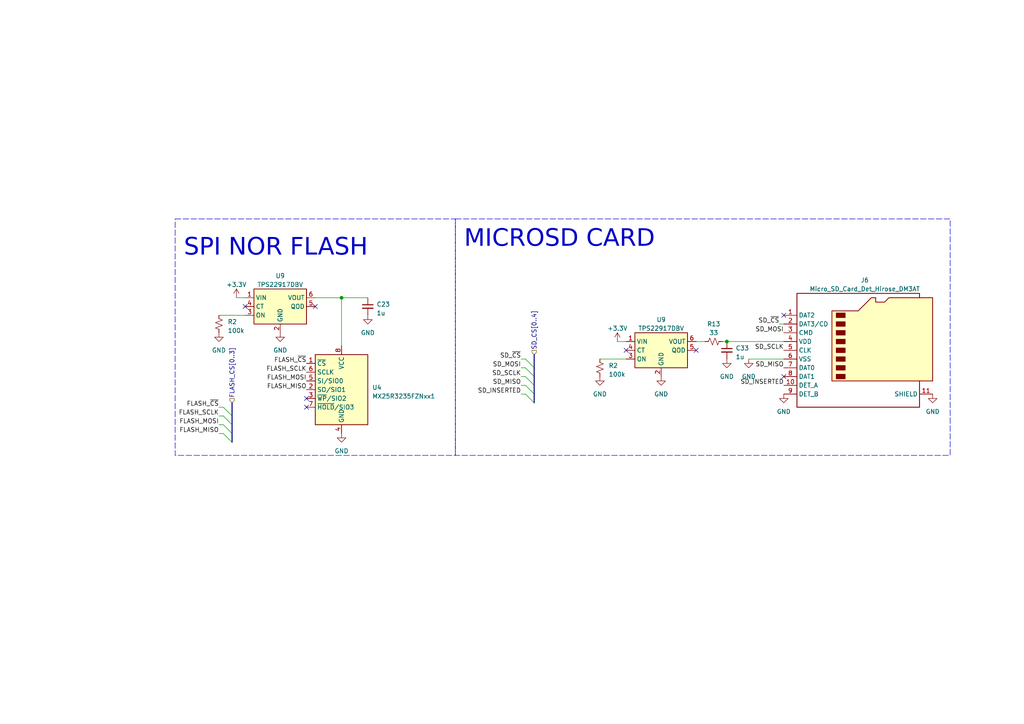
<source format=kicad_sch>
(kicad_sch (version 20230121) (generator eeschema)

  (uuid d6f29c4f-adb7-4c0e-9a9d-65d186604b28)

  (paper "A4")

  (lib_symbols
    (symbol "Connector:Micro_SD_Card_Det_Hirose_DM3AT" (in_bom yes) (on_board yes)
      (property "Reference" "J" (at -16.51 17.78 0)
        (effects (font (size 1.27 1.27)))
      )
      (property "Value" "Micro_SD_Card_Det_Hirose_DM3AT" (at 16.51 17.78 0)
        (effects (font (size 1.27 1.27)) (justify right))
      )
      (property "Footprint" "" (at 52.07 17.78 0)
        (effects (font (size 1.27 1.27)) hide)
      )
      (property "Datasheet" "https://www.hirose.com/product/en/download_file/key_name/DM3/category/Catalog/doc_file_id/49662/?file_category_id=4&item_id=195&is_series=1" (at 0 2.54 0)
        (effects (font (size 1.27 1.27)) hide)
      )
      (property "ki_keywords" "connector SD microsd" (at 0 0 0)
        (effects (font (size 1.27 1.27)) hide)
      )
      (property "ki_description" "Micro SD Card Socket with card detection pins" (at 0 0 0)
        (effects (font (size 1.27 1.27)) hide)
      )
      (property "ki_fp_filters" "microSD*" (at 0 0 0)
        (effects (font (size 1.27 1.27)) hide)
      )
      (symbol "Micro_SD_Card_Det_Hirose_DM3AT_0_1"
        (rectangle (start -7.62 -6.985) (end -5.08 -8.255)
          (stroke (width 0.254) (type default))
          (fill (type outline))
        )
        (rectangle (start -7.62 -4.445) (end -5.08 -5.715)
          (stroke (width 0.254) (type default))
          (fill (type outline))
        )
        (rectangle (start -7.62 -1.905) (end -5.08 -3.175)
          (stroke (width 0.254) (type default))
          (fill (type outline))
        )
        (rectangle (start -7.62 0.635) (end -5.08 -0.635)
          (stroke (width 0.254) (type default))
          (fill (type outline))
        )
        (rectangle (start -7.62 3.175) (end -5.08 1.905)
          (stroke (width 0.254) (type default))
          (fill (type outline))
        )
        (rectangle (start -7.62 5.715) (end -5.08 4.445)
          (stroke (width 0.254) (type default))
          (fill (type outline))
        )
        (rectangle (start -7.62 8.255) (end -5.08 6.985)
          (stroke (width 0.254) (type default))
          (fill (type outline))
        )
        (rectangle (start -7.62 10.795) (end -5.08 9.525)
          (stroke (width 0.254) (type default))
          (fill (type outline))
        )
        (polyline
          (pts
            (xy 16.51 15.24)
            (xy 16.51 16.51)
            (xy -19.05 16.51)
            (xy -19.05 -16.51)
            (xy 16.51 -16.51)
            (xy 16.51 -8.89)
          )
          (stroke (width 0.254) (type default))
          (fill (type none))
        )
        (polyline
          (pts
            (xy -8.89 -8.89)
            (xy -8.89 11.43)
            (xy -1.27 11.43)
            (xy 2.54 15.24)
            (xy 3.81 15.24)
            (xy 3.81 13.97)
            (xy 6.35 13.97)
            (xy 7.62 15.24)
            (xy 20.32 15.24)
            (xy 20.32 -8.89)
            (xy -8.89 -8.89)
          )
          (stroke (width 0.254) (type default))
          (fill (type background))
        )
      )
      (symbol "Micro_SD_Card_Det_Hirose_DM3AT_1_1"
        (pin bidirectional line (at -22.86 10.16 0) (length 3.81)
          (name "DAT2" (effects (font (size 1.27 1.27))))
          (number "1" (effects (font (size 1.27 1.27))))
        )
        (pin passive line (at -22.86 -10.16 0) (length 3.81)
          (name "DET_A" (effects (font (size 1.27 1.27))))
          (number "10" (effects (font (size 1.27 1.27))))
        )
        (pin passive line (at 20.32 -12.7 180) (length 3.81)
          (name "SHIELD" (effects (font (size 1.27 1.27))))
          (number "11" (effects (font (size 1.27 1.27))))
        )
        (pin bidirectional line (at -22.86 7.62 0) (length 3.81)
          (name "DAT3/CD" (effects (font (size 1.27 1.27))))
          (number "2" (effects (font (size 1.27 1.27))))
        )
        (pin input line (at -22.86 5.08 0) (length 3.81)
          (name "CMD" (effects (font (size 1.27 1.27))))
          (number "3" (effects (font (size 1.27 1.27))))
        )
        (pin power_in line (at -22.86 2.54 0) (length 3.81)
          (name "VDD" (effects (font (size 1.27 1.27))))
          (number "4" (effects (font (size 1.27 1.27))))
        )
        (pin input line (at -22.86 0 0) (length 3.81)
          (name "CLK" (effects (font (size 1.27 1.27))))
          (number "5" (effects (font (size 1.27 1.27))))
        )
        (pin power_in line (at -22.86 -2.54 0) (length 3.81)
          (name "VSS" (effects (font (size 1.27 1.27))))
          (number "6" (effects (font (size 1.27 1.27))))
        )
        (pin bidirectional line (at -22.86 -5.08 0) (length 3.81)
          (name "DAT0" (effects (font (size 1.27 1.27))))
          (number "7" (effects (font (size 1.27 1.27))))
        )
        (pin bidirectional line (at -22.86 -7.62 0) (length 3.81)
          (name "DAT1" (effects (font (size 1.27 1.27))))
          (number "8" (effects (font (size 1.27 1.27))))
        )
        (pin passive line (at -22.86 -12.7 0) (length 3.81)
          (name "DET_B" (effects (font (size 1.27 1.27))))
          (number "9" (effects (font (size 1.27 1.27))))
        )
      )
    )
    (symbol "Device:C_Small" (pin_numbers hide) (pin_names (offset 0.254) hide) (in_bom yes) (on_board yes)
      (property "Reference" "C" (at 0.254 1.778 0)
        (effects (font (size 1.27 1.27)) (justify left))
      )
      (property "Value" "C_Small" (at 0.254 -2.032 0)
        (effects (font (size 1.27 1.27)) (justify left))
      )
      (property "Footprint" "" (at 0 0 0)
        (effects (font (size 1.27 1.27)) hide)
      )
      (property "Datasheet" "~" (at 0 0 0)
        (effects (font (size 1.27 1.27)) hide)
      )
      (property "ki_keywords" "capacitor cap" (at 0 0 0)
        (effects (font (size 1.27 1.27)) hide)
      )
      (property "ki_description" "Unpolarized capacitor, small symbol" (at 0 0 0)
        (effects (font (size 1.27 1.27)) hide)
      )
      (property "ki_fp_filters" "C_*" (at 0 0 0)
        (effects (font (size 1.27 1.27)) hide)
      )
      (symbol "C_Small_0_1"
        (polyline
          (pts
            (xy -1.524 -0.508)
            (xy 1.524 -0.508)
          )
          (stroke (width 0.3302) (type default))
          (fill (type none))
        )
        (polyline
          (pts
            (xy -1.524 0.508)
            (xy 1.524 0.508)
          )
          (stroke (width 0.3048) (type default))
          (fill (type none))
        )
      )
      (symbol "C_Small_1_1"
        (pin passive line (at 0 2.54 270) (length 2.032)
          (name "~" (effects (font (size 1.27 1.27))))
          (number "1" (effects (font (size 1.27 1.27))))
        )
        (pin passive line (at 0 -2.54 90) (length 2.032)
          (name "~" (effects (font (size 1.27 1.27))))
          (number "2" (effects (font (size 1.27 1.27))))
        )
      )
    )
    (symbol "Device:R_Small_US" (pin_numbers hide) (pin_names (offset 0.254) hide) (in_bom yes) (on_board yes)
      (property "Reference" "R" (at 0.762 0.508 0)
        (effects (font (size 1.27 1.27)) (justify left))
      )
      (property "Value" "R_Small_US" (at 0.762 -1.016 0)
        (effects (font (size 1.27 1.27)) (justify left))
      )
      (property "Footprint" "" (at 0 0 0)
        (effects (font (size 1.27 1.27)) hide)
      )
      (property "Datasheet" "~" (at 0 0 0)
        (effects (font (size 1.27 1.27)) hide)
      )
      (property "ki_keywords" "r resistor" (at 0 0 0)
        (effects (font (size 1.27 1.27)) hide)
      )
      (property "ki_description" "Resistor, small US symbol" (at 0 0 0)
        (effects (font (size 1.27 1.27)) hide)
      )
      (property "ki_fp_filters" "R_*" (at 0 0 0)
        (effects (font (size 1.27 1.27)) hide)
      )
      (symbol "R_Small_US_1_1"
        (polyline
          (pts
            (xy 0 0)
            (xy 1.016 -0.381)
            (xy 0 -0.762)
            (xy -1.016 -1.143)
            (xy 0 -1.524)
          )
          (stroke (width 0) (type default))
          (fill (type none))
        )
        (polyline
          (pts
            (xy 0 1.524)
            (xy 1.016 1.143)
            (xy 0 0.762)
            (xy -1.016 0.381)
            (xy 0 0)
          )
          (stroke (width 0) (type default))
          (fill (type none))
        )
        (pin passive line (at 0 2.54 270) (length 1.016)
          (name "~" (effects (font (size 1.27 1.27))))
          (number "1" (effects (font (size 1.27 1.27))))
        )
        (pin passive line (at 0 -2.54 90) (length 1.016)
          (name "~" (effects (font (size 1.27 1.27))))
          (number "2" (effects (font (size 1.27 1.27))))
        )
      )
    )
    (symbol "Memory_Flash:MX25R3235FZNxx1" (in_bom yes) (on_board yes)
      (property "Reference" "U" (at -6.35 11.43 0)
        (effects (font (size 1.27 1.27)))
      )
      (property "Value" "MX25R3235FZNxx1" (at 11.43 11.43 0)
        (effects (font (size 1.27 1.27)))
      )
      (property "Footprint" "Package_SON:WSON-8-1EP_6x5mm_P1.27mm_EP3.4x4mm" (at 0 -15.24 0)
        (effects (font (size 1.27 1.27)) hide)
      )
      (property "Datasheet" "http://www.macronix.com/Lists/Datasheet/Attachments/7534/MX25R3235F,%20Wide%20Range,%2032Mb,%20v1.6.pdf" (at 0 0 0)
        (effects (font (size 1.27 1.27)) hide)
      )
      (property "ki_keywords" "SPI 32Mbit 1.65V-3.6V" (at 0 0 0)
        (effects (font (size 1.27 1.27)) hide)
      )
      (property "ki_description" "32-Mbit, Wide Range Voltage SPI Serial Flash Memory, WSON-8" (at 0 0 0)
        (effects (font (size 1.27 1.27)) hide)
      )
      (property "ki_fp_filters" "WSON*1EP*6x5mm*P1.27mm*" (at 0 0 0)
        (effects (font (size 1.27 1.27)) hide)
      )
      (symbol "MX25R3235FZNxx1_0_1"
        (rectangle (start -7.62 10.16) (end 7.62 -10.16)
          (stroke (width 0.254) (type default))
          (fill (type background))
        )
      )
      (symbol "MX25R3235FZNxx1_1_1"
        (pin input line (at -10.16 7.62 0) (length 2.54)
          (name "~{CS}" (effects (font (size 1.27 1.27))))
          (number "1" (effects (font (size 1.27 1.27))))
        )
        (pin bidirectional line (at -10.16 0 0) (length 2.54)
          (name "SO/SIO1" (effects (font (size 1.27 1.27))))
          (number "2" (effects (font (size 1.27 1.27))))
        )
        (pin bidirectional line (at -10.16 -2.54 0) (length 2.54)
          (name "~{WP}/SIO2" (effects (font (size 1.27 1.27))))
          (number "3" (effects (font (size 1.27 1.27))))
        )
        (pin power_in line (at 0 -12.7 90) (length 2.54)
          (name "GND" (effects (font (size 1.27 1.27))))
          (number "4" (effects (font (size 1.27 1.27))))
        )
        (pin bidirectional line (at -10.16 2.54 0) (length 2.54)
          (name "SI/SIO0" (effects (font (size 1.27 1.27))))
          (number "5" (effects (font (size 1.27 1.27))))
        )
        (pin input line (at -10.16 5.08 0) (length 2.54)
          (name "SCLK" (effects (font (size 1.27 1.27))))
          (number "6" (effects (font (size 1.27 1.27))))
        )
        (pin bidirectional line (at -10.16 -5.08 0) (length 2.54)
          (name "~{HOLD}/SIO3" (effects (font (size 1.27 1.27))))
          (number "7" (effects (font (size 1.27 1.27))))
        )
        (pin power_in line (at 0 12.7 270) (length 2.54)
          (name "VCC" (effects (font (size 1.27 1.27))))
          (number "8" (effects (font (size 1.27 1.27))))
        )
        (pin passive line (at 0 -12.7 90) (length 2.54) hide
          (name "GND" (effects (font (size 1.27 1.27))))
          (number "9" (effects (font (size 1.27 1.27))))
        )
      )
    )
    (symbol "Power_Management:TPS22917DBV" (in_bom yes) (on_board yes)
      (property "Reference" "U" (at -6.35 6.35 0)
        (effects (font (size 1.27 1.27)))
      )
      (property "Value" "TPS22917DBV" (at 2.54 6.35 0)
        (effects (font (size 1.27 1.27)))
      )
      (property "Footprint" "Package_TO_SOT_SMD:SOT-23-6" (at 0 12.7 0)
        (effects (font (size 1.27 1.27)) hide)
      )
      (property "Datasheet" "http://www.ti.com/lit/ds/symlink/tps22917.pdf" (at 1.27 -17.78 0)
        (effects (font (size 1.27 1.27)) hide)
      )
      (property "ki_keywords" "high-side power distribution switch" (at 0 0 0)
        (effects (font (size 1.27 1.27)) hide)
      )
      (property "ki_description" "1V to 5.5V, 2A, 80mΩ Ultra-Low Leakage Load Switch, SOT23-6" (at 0 0 0)
        (effects (font (size 1.27 1.27)) hide)
      )
      (property "ki_fp_filters" "SOT?23*" (at 0 0 0)
        (effects (font (size 1.27 1.27)) hide)
      )
      (symbol "TPS22917DBV_0_1"
        (rectangle (start -7.62 5.08) (end 7.62 -5.08)
          (stroke (width 0.254) (type default))
          (fill (type background))
        )
      )
      (symbol "TPS22917DBV_1_1"
        (pin power_in line (at -10.16 2.54 0) (length 2.54)
          (name "VIN" (effects (font (size 1.27 1.27))))
          (number "1" (effects (font (size 1.27 1.27))))
        )
        (pin power_in line (at 0 -7.62 90) (length 2.54)
          (name "GND" (effects (font (size 1.27 1.27))))
          (number "2" (effects (font (size 1.27 1.27))))
        )
        (pin input line (at -10.16 -2.54 0) (length 2.54)
          (name "ON" (effects (font (size 1.27 1.27))))
          (number "3" (effects (font (size 1.27 1.27))))
        )
        (pin output line (at -10.16 0 0) (length 2.54)
          (name "CT" (effects (font (size 1.27 1.27))))
          (number "4" (effects (font (size 1.27 1.27))))
        )
        (pin open_collector line (at 10.16 0 180) (length 2.54)
          (name "QOD" (effects (font (size 1.27 1.27))))
          (number "5" (effects (font (size 1.27 1.27))))
        )
        (pin power_out line (at 10.16 2.54 180) (length 2.54)
          (name "VOUT" (effects (font (size 1.27 1.27))))
          (number "6" (effects (font (size 1.27 1.27))))
        )
      )
    )
    (symbol "power:+3.3V" (power) (pin_names (offset 0)) (in_bom yes) (on_board yes)
      (property "Reference" "#PWR" (at 0 -3.81 0)
        (effects (font (size 1.27 1.27)) hide)
      )
      (property "Value" "+3.3V" (at 0 3.556 0)
        (effects (font (size 1.27 1.27)))
      )
      (property "Footprint" "" (at 0 0 0)
        (effects (font (size 1.27 1.27)) hide)
      )
      (property "Datasheet" "" (at 0 0 0)
        (effects (font (size 1.27 1.27)) hide)
      )
      (property "ki_keywords" "global power" (at 0 0 0)
        (effects (font (size 1.27 1.27)) hide)
      )
      (property "ki_description" "Power symbol creates a global label with name \"+3.3V\"" (at 0 0 0)
        (effects (font (size 1.27 1.27)) hide)
      )
      (symbol "+3.3V_0_1"
        (polyline
          (pts
            (xy -0.762 1.27)
            (xy 0 2.54)
          )
          (stroke (width 0) (type default))
          (fill (type none))
        )
        (polyline
          (pts
            (xy 0 0)
            (xy 0 2.54)
          )
          (stroke (width 0) (type default))
          (fill (type none))
        )
        (polyline
          (pts
            (xy 0 2.54)
            (xy 0.762 1.27)
          )
          (stroke (width 0) (type default))
          (fill (type none))
        )
      )
      (symbol "+3.3V_1_1"
        (pin power_in line (at 0 0 90) (length 0) hide
          (name "+3.3V" (effects (font (size 1.27 1.27))))
          (number "1" (effects (font (size 1.27 1.27))))
        )
      )
    )
    (symbol "power:GND" (power) (pin_names (offset 0)) (in_bom yes) (on_board yes)
      (property "Reference" "#PWR" (at 0 -6.35 0)
        (effects (font (size 1.27 1.27)) hide)
      )
      (property "Value" "GND" (at 0 -3.81 0)
        (effects (font (size 1.27 1.27)))
      )
      (property "Footprint" "" (at 0 0 0)
        (effects (font (size 1.27 1.27)) hide)
      )
      (property "Datasheet" "" (at 0 0 0)
        (effects (font (size 1.27 1.27)) hide)
      )
      (property "ki_keywords" "global power" (at 0 0 0)
        (effects (font (size 1.27 1.27)) hide)
      )
      (property "ki_description" "Power symbol creates a global label with name \"GND\" , ground" (at 0 0 0)
        (effects (font (size 1.27 1.27)) hide)
      )
      (symbol "GND_0_1"
        (polyline
          (pts
            (xy 0 0)
            (xy 0 -1.27)
            (xy 1.27 -1.27)
            (xy 0 -2.54)
            (xy -1.27 -1.27)
            (xy 0 -1.27)
          )
          (stroke (width 0) (type default))
          (fill (type none))
        )
      )
      (symbol "GND_1_1"
        (pin power_in line (at 0 0 270) (length 0) hide
          (name "GND" (effects (font (size 1.27 1.27))))
          (number "1" (effects (font (size 1.27 1.27))))
        )
      )
    )
  )

  (junction (at 210.82 99.06) (diameter 0) (color 0 0 0 0)
    (uuid 5b9c2cd6-f764-44f5-a1d6-adc8fa7a66e8)
  )
  (junction (at 99.06 86.36) (diameter 0) (color 0 0 0 0)
    (uuid e15455a8-ead0-4084-a73b-6da41861c3f2)
  )

  (no_connect (at 201.93 101.6) (uuid 068aacd6-8bbf-46c9-8b18-04bb9167b99b))
  (no_connect (at 71.12 88.9) (uuid 1ef46a16-ea52-4081-8f41-a680690e732d))
  (no_connect (at 88.9 115.57) (uuid 45b27bc8-7603-4d1a-baba-f33be083205c))
  (no_connect (at 227.33 109.22) (uuid 5489f44f-d4b3-401b-b1de-15b572d4686f))
  (no_connect (at 227.33 91.44) (uuid 550c9fbb-eee9-4c2a-9458-2ac6a53a9a2b))
  (no_connect (at 91.44 88.9) (uuid 620f7771-df0c-4c80-84bc-f769ec95ff4b))
  (no_connect (at 181.61 101.6) (uuid 83b51999-542e-44b0-8653-76d93f398bbd))
  (no_connect (at 88.9 118.11) (uuid d9f83377-81b7-4f7d-9fee-a94ee0d59f68))

  (bus_entry (at 152.4 114.3) (size 2.54 2.54)
    (stroke (width 0) (type default))
    (uuid 060b051f-339f-4b46-88f9-3a0dd44b92bd)
  )
  (bus_entry (at 152.4 104.14) (size 2.54 2.54)
    (stroke (width 0) (type default))
    (uuid 3ecefc08-4a98-438d-97fb-3f8dbae15901)
  )
  (bus_entry (at 64.77 125.73) (size 2.54 2.54)
    (stroke (width 0) (type default))
    (uuid 47f99fd9-29dd-4ea6-ad30-d6aea141cab5)
  )
  (bus_entry (at 152.4 109.22) (size 2.54 2.54)
    (stroke (width 0) (type default))
    (uuid 67a115ae-dbe8-4dea-b036-f5dd2e78e53f)
  )
  (bus_entry (at 152.4 106.68) (size 2.54 2.54)
    (stroke (width 0) (type default))
    (uuid 94d9d682-922c-4df0-85a4-ec1aa17f7389)
  )
  (bus_entry (at 64.77 123.19) (size 2.54 2.54)
    (stroke (width 0) (type default))
    (uuid 978c893b-5f53-4c4e-98d8-26effcf5697d)
  )
  (bus_entry (at 152.4 111.76) (size 2.54 2.54)
    (stroke (width 0) (type default))
    (uuid a2382b35-a9e3-4d6a-8e63-a549b5e0b094)
  )
  (bus_entry (at 64.77 120.65) (size 2.54 2.54)
    (stroke (width 0) (type default))
    (uuid ba13c7f4-148f-4da9-a29c-d3ca7d2e03b1)
  )
  (bus_entry (at 64.77 118.11) (size 2.54 2.54)
    (stroke (width 0) (type default))
    (uuid db45d555-a4e9-4f44-af9c-cec887f54edb)
  )

  (wire (pts (xy 226.06 93.98) (xy 227.33 93.98))
    (stroke (width 0) (type default))
    (uuid 1c1d4402-c10a-4b67-9a18-da8d3d5aae79)
  )
  (bus (pts (xy 154.94 111.76) (xy 154.94 114.3))
    (stroke (width 0) (type default))
    (uuid 2bc6484e-77f7-43b8-a7e8-d4d048454d46)
  )

  (wire (pts (xy 151.13 114.3) (xy 152.4 114.3))
    (stroke (width 0) (type default))
    (uuid 2e42c558-6d5d-4756-863b-486db53acb25)
  )
  (wire (pts (xy 201.93 99.06) (xy 204.47 99.06))
    (stroke (width 0) (type default))
    (uuid 2e930037-7c14-49c1-9028-d3473f43c6f6)
  )
  (wire (pts (xy 210.82 99.06) (xy 227.33 99.06))
    (stroke (width 0) (type default))
    (uuid 33c3e20f-b1ec-404d-b95f-190111285de9)
  )
  (wire (pts (xy 63.5 123.19) (xy 64.77 123.19))
    (stroke (width 0) (type default))
    (uuid 4e3fbb79-43a6-413d-b44a-1aea4e62a436)
  )
  (bus (pts (xy 67.31 125.73) (xy 67.31 128.27))
    (stroke (width 0) (type default))
    (uuid 505a8a31-e488-4dc3-926e-97365e075138)
  )

  (wire (pts (xy 151.13 111.76) (xy 152.4 111.76))
    (stroke (width 0) (type default))
    (uuid 52977056-2cbd-4973-834a-64e76ec3411b)
  )
  (wire (pts (xy 99.06 86.36) (xy 106.68 86.36))
    (stroke (width 0) (type default))
    (uuid 61088a87-5463-47d7-98ca-a616543b5684)
  )
  (bus (pts (xy 154.94 106.68) (xy 154.94 109.22))
    (stroke (width 0) (type default))
    (uuid 7435a579-5202-404a-b157-34e7e0884eb6)
  )

  (wire (pts (xy 151.13 109.22) (xy 152.4 109.22))
    (stroke (width 0) (type default))
    (uuid 79efa93f-26f4-4aef-8bf8-44b751159a46)
  )
  (bus (pts (xy 67.31 123.19) (xy 67.31 125.73))
    (stroke (width 0) (type default))
    (uuid 7e564f7b-363f-4262-a54c-536542dde705)
  )

  (wire (pts (xy 63.5 125.73) (xy 64.77 125.73))
    (stroke (width 0) (type default))
    (uuid 8e789f83-063b-4744-a40f-29ac8b575a2a)
  )
  (wire (pts (xy 99.06 86.36) (xy 99.06 100.33))
    (stroke (width 0) (type default))
    (uuid 99ff7205-d65b-43c1-9196-db1c8d2a272e)
  )
  (bus (pts (xy 154.94 114.3) (xy 154.94 116.84))
    (stroke (width 0) (type default))
    (uuid a266231c-66a7-44c3-bf3e-c5e019e48c9b)
  )

  (wire (pts (xy 68.58 86.36) (xy 71.12 86.36))
    (stroke (width 0) (type default))
    (uuid af73edb6-52d5-4f8d-b415-7ecbb43fee4b)
  )
  (bus (pts (xy 154.94 102.87) (xy 154.94 106.68))
    (stroke (width 0) (type default))
    (uuid afd7083a-c5f0-4fa6-920c-485be383c799)
  )

  (wire (pts (xy 63.5 118.11) (xy 64.77 118.11))
    (stroke (width 0) (type default))
    (uuid b4beef46-b86f-4dcf-8080-1567fbaef71c)
  )
  (wire (pts (xy 179.07 99.06) (xy 181.61 99.06))
    (stroke (width 0) (type default))
    (uuid b57c8ccd-fb00-4bf8-9b72-5a9415b9a673)
  )
  (wire (pts (xy 173.99 104.14) (xy 181.61 104.14))
    (stroke (width 0) (type default))
    (uuid b62c6513-9f05-4436-ad39-d0a8bd26f557)
  )
  (wire (pts (xy 151.13 104.14) (xy 152.4 104.14))
    (stroke (width 0) (type default))
    (uuid b95090b1-7d85-487d-a442-6b9d8e5fd447)
  )
  (bus (pts (xy 154.94 109.22) (xy 154.94 111.76))
    (stroke (width 0) (type default))
    (uuid c12d2234-7bd6-4305-a5e3-e57b08138b36)
  )

  (wire (pts (xy 63.5 120.65) (xy 64.77 120.65))
    (stroke (width 0) (type default))
    (uuid ca4a683d-f53c-48b0-bfda-ce3b3bc1fda2)
  )
  (bus (pts (xy 67.31 116.84) (xy 67.31 120.65))
    (stroke (width 0) (type default))
    (uuid cdf1c045-c7bf-44d9-b1bc-9acb83f2bcd1)
  )

  (wire (pts (xy 217.17 104.14) (xy 227.33 104.14))
    (stroke (width 0) (type default))
    (uuid ce1dc5ed-c20d-4b5c-8263-27dec3e4901d)
  )
  (wire (pts (xy 209.55 99.06) (xy 210.82 99.06))
    (stroke (width 0) (type default))
    (uuid d0b86595-ca53-4c9f-b623-6a36f50ec6c2)
  )
  (bus (pts (xy 67.31 120.65) (xy 67.31 123.19))
    (stroke (width 0) (type default))
    (uuid d46c6c31-cfab-410b-936d-022376c369e6)
  )

  (wire (pts (xy 63.5 91.44) (xy 71.12 91.44))
    (stroke (width 0) (type default))
    (uuid ed9f3b81-8864-4092-9e6e-3bd2e777359c)
  )
  (wire (pts (xy 151.13 106.68) (xy 152.4 106.68))
    (stroke (width 0) (type default))
    (uuid f14df78e-3c48-4d91-8620-dccd8dde51d8)
  )
  (wire (pts (xy 91.44 86.36) (xy 99.06 86.36))
    (stroke (width 0) (type default))
    (uuid fe49c567-b958-43c9-923e-3769b4e9cf3a)
  )

  (rectangle (start 132.08 63.5) (end 275.59 132.08)
    (stroke (width 0) (type dash))
    (fill (type none))
    (uuid 219c4404-efde-4c58-be07-18f3f18c6a9f)
  )
  (rectangle (start 50.8 63.5) (end 132.08 132.08)
    (stroke (width 0) (type dash))
    (fill (type none))
    (uuid c3651e85-50b6-4f6a-a723-229102e7c976)
  )

  (text "SPI NOR FLASH" (at 53.34 76.2 0)
    (effects (font (face "Tahoma") (size 5 5)) (justify left bottom))
    (uuid 13ce0f1c-c7f2-48c1-86af-df80fc13f0b7)
  )
  (text "MICROSD CARD" (at 134.62 73.66 0)
    (effects (font (face "Tahoma") (size 5 5)) (justify left bottom))
    (uuid 33b16c8f-4429-4cd4-915b-96753035deee)
  )

  (label "SD_MISO" (at 227.33 106.68 180) (fields_autoplaced)
    (effects (font (size 1.27 1.27)) (justify right bottom))
    (uuid 06dc2b51-6181-45cd-852f-1869812b303f)
  )
  (label "SD_~{CS}" (at 151.13 104.14 180) (fields_autoplaced)
    (effects (font (size 1.27 1.27)) (justify right bottom))
    (uuid 11b2d4ea-08d9-43ba-bbca-e5b88ae6e23c)
  )
  (label "FLASH_~{CS}" (at 63.5 118.11 180) (fields_autoplaced)
    (effects (font (size 1.27 1.27)) (justify right bottom))
    (uuid 1b8f04d5-d9a0-4eee-a7c3-b1828cd22adb)
  )
  (label "FLASH_MISO" (at 88.9 113.03 180) (fields_autoplaced)
    (effects (font (size 1.27 1.27)) (justify right bottom))
    (uuid 2931a7af-eed2-4ea3-9b6f-218e69651dc3)
  )
  (label "FLASH_SCLK" (at 88.9 107.95 180) (fields_autoplaced)
    (effects (font (size 1.27 1.27)) (justify right bottom))
    (uuid 3a5a4518-a6a0-46ba-800f-3f9bc37e5dda)
  )
  (label "SD_MOSI" (at 227.33 96.52 180) (fields_autoplaced)
    (effects (font (size 1.27 1.27)) (justify right bottom))
    (uuid 4252f593-4780-417d-b204-bde48909ac06)
  )
  (label "SD_INSERTED" (at 151.13 114.3 180) (fields_autoplaced)
    (effects (font (size 1.27 1.27)) (justify right bottom))
    (uuid 6df4c3da-7432-4edd-97b4-b525f4942d1e)
  )
  (label "SD_~{CS}" (at 226.06 93.98 180) (fields_autoplaced)
    (effects (font (size 1.27 1.27)) (justify right bottom))
    (uuid 83ef3949-2004-41f2-8063-c76e6a93dcc5)
  )
  (label "SD_SCLK" (at 151.13 109.22 180) (fields_autoplaced)
    (effects (font (size 1.27 1.27)) (justify right bottom))
    (uuid 841ebdc3-b656-4eec-a13f-c2a5dd8e8d27)
  )
  (label "FLASH_MISO" (at 63.5 125.73 180) (fields_autoplaced)
    (effects (font (size 1.27 1.27)) (justify right bottom))
    (uuid 98e45c9d-4485-457b-a0b4-2b251b8dbf17)
  )
  (label "SD_INSERTED" (at 227.33 111.76 180) (fields_autoplaced)
    (effects (font (size 1.27 1.27)) (justify right bottom))
    (uuid a5a51986-30fb-4660-aa54-269ed28acf0f)
  )
  (label "FLASH_SCLK" (at 63.5 120.65 180) (fields_autoplaced)
    (effects (font (size 1.27 1.27)) (justify right bottom))
    (uuid aa2f2901-59c1-4750-9a3e-23007b6425f0)
  )
  (label "FLASH_~{CS}" (at 88.9 105.41 180) (fields_autoplaced)
    (effects (font (size 1.27 1.27)) (justify right bottom))
    (uuid cd147df8-efcf-4dc8-b9fa-b0b71fd99900)
  )
  (label "FLASH_MOSI" (at 88.9 110.49 180) (fields_autoplaced)
    (effects (font (size 1.27 1.27)) (justify right bottom))
    (uuid d8a2db9d-a423-460c-9b52-f16ecd484181)
  )
  (label "SD_MOSI" (at 151.13 106.68 180) (fields_autoplaced)
    (effects (font (size 1.27 1.27)) (justify right bottom))
    (uuid e5fbd909-b4fc-4d6f-a0f7-f791b1c2e207)
  )
  (label "FLASH_MOSI" (at 63.5 123.19 180) (fields_autoplaced)
    (effects (font (size 1.27 1.27)) (justify right bottom))
    (uuid e89485d8-4046-4773-8957-ae380d0fe7b5)
  )
  (label "SD_MISO" (at 151.13 111.76 180) (fields_autoplaced)
    (effects (font (size 1.27 1.27)) (justify right bottom))
    (uuid f4bb8e34-01f1-46c7-9951-09a59d18cfc0)
  )
  (label "SD_SCLK" (at 227.33 101.6 180) (fields_autoplaced)
    (effects (font (size 1.27 1.27)) (justify right bottom))
    (uuid f599d464-0f00-4c66-8a49-0deb92129595)
  )

  (hierarchical_label "SD_CS[0..4]" (shape input) (at 154.94 102.87 90) (fields_autoplaced)
    (effects (font (size 1.27 1.27)) (justify left))
    (uuid 81c90355-9346-467a-a748-a8ade668ee7e)
  )
  (hierarchical_label "FLASH_CS[0..3]" (shape input) (at 67.31 116.84 90) (fields_autoplaced)
    (effects (font (size 1.27 1.27)) (justify left))
    (uuid a0d87eb5-f38e-45a4-b177-782c9e42ca5d)
  )

  (symbol (lib_id "Memory_Flash:MX25R3235FZNxx1") (at 99.06 113.03 0) (unit 1)
    (in_bom yes) (on_board yes) (dnp no) (fields_autoplaced)
    (uuid 001321b2-4bcd-479b-a4fe-ca524b01a34e)
    (property "Reference" "U4" (at 107.95 112.395 0)
      (effects (font (size 1.27 1.27)) (justify left))
    )
    (property "Value" "MX25R3235FZNxx1" (at 107.95 114.935 0)
      (effects (font (size 1.27 1.27)) (justify left))
    )
    (property "Footprint" "Package_SON:WSON-8-1EP_6x5mm_P1.27mm_EP3.4x4mm" (at 99.06 128.27 0)
      (effects (font (size 1.27 1.27)) hide)
    )
    (property "Datasheet" "http://www.macronix.com/Lists/Datasheet/Attachments/7534/MX25R3235F,%20Wide%20Range,%2032Mb,%20v1.6.pdf" (at 99.06 113.03 0)
      (effects (font (size 1.27 1.27)) hide)
    )
    (pin "1" (uuid cc75d05e-0644-408b-8564-70c508d374b6))
    (pin "2" (uuid 33fbd5ee-d54f-4294-9c64-e28e996641e3))
    (pin "3" (uuid 8d03601e-0c98-4973-a059-9b8f7bdd54da))
    (pin "4" (uuid b795e3af-477b-4066-85f9-dc076e3e670e))
    (pin "5" (uuid 84d7d557-759d-4dcf-83ef-256ac866e93e))
    (pin "6" (uuid be0d8fc4-07a3-4531-adfb-a2af8e694195))
    (pin "7" (uuid 8782077b-86a3-4228-99ce-39d86d559895))
    (pin "8" (uuid f65b96e2-d43c-4d51-94ae-7e7a055e1e2e))
    (pin "9" (uuid a9ec80ac-524d-4992-8055-1cec35a52cb8))
    (instances
      (project "feather"
        (path "/ff0e202b-4a10-454c-95f3-d1df6cc67c7a"
          (reference "U4") (unit 1)
        )
        (path "/ff0e202b-4a10-454c-95f3-d1df6cc67c7a/271ebf4d-260f-4928-8105-d17d2a322869"
          (reference "U7") (unit 1)
        )
      )
    )
  )

  (symbol (lib_id "Connector:Micro_SD_Card_Det_Hirose_DM3AT") (at 250.19 101.6 0) (unit 1)
    (in_bom yes) (on_board yes) (dnp no) (fields_autoplaced)
    (uuid 18697ce3-ff4f-4e8c-941e-b6c215541a8d)
    (property "Reference" "J6" (at 250.825 81.28 0)
      (effects (font (size 1.27 1.27)))
    )
    (property "Value" "Micro_SD_Card_Det_Hirose_DM3AT" (at 250.825 83.82 0)
      (effects (font (size 1.27 1.27)))
    )
    (property "Footprint" "Connector_Card:microSD_HC_Hirose_DM3D-SF" (at 302.26 83.82 0)
      (effects (font (size 1.27 1.27)) hide)
    )
    (property "Datasheet" "https://www.hirose.com/product/en/download_file/key_name/DM3/category/Catalog/doc_file_id/49662/?file_category_id=4&item_id=195&is_series=1" (at 250.19 99.06 0)
      (effects (font (size 1.27 1.27)) hide)
    )
    (pin "1" (uuid 8bd9c072-5331-46a7-aa92-e1dd4fb7a962))
    (pin "10" (uuid b39928f9-95b6-4002-aa4d-991a6380afa4))
    (pin "11" (uuid 43a258d1-5fff-4293-99f8-ab294e668c26))
    (pin "2" (uuid 9a8909ff-2798-4fb8-8f37-f15c3270e64a))
    (pin "3" (uuid 4bc65a05-5e8f-404f-a8e2-1224784b83ac))
    (pin "4" (uuid b34186b4-274e-4f49-899c-6ded981e9d07))
    (pin "5" (uuid f36be436-a50c-43b2-a49f-8f4489101576))
    (pin "6" (uuid b262ff33-7fe0-4109-a64e-7a5c83ee8f5f))
    (pin "7" (uuid 070db4b0-adfc-4f0f-9859-015307815027))
    (pin "8" (uuid db11296e-088c-45e8-b510-3e9f486ece4e))
    (pin "9" (uuid ab2add41-6d5a-4029-8c2b-747e0ae2292c))
    (instances
      (project "feather"
        (path "/ff0e202b-4a10-454c-95f3-d1df6cc67c7a"
          (reference "J6") (unit 1)
        )
        (path "/ff0e202b-4a10-454c-95f3-d1df6cc67c7a/271ebf4d-260f-4928-8105-d17d2a322869"
          (reference "J5") (unit 1)
        )
      )
    )
  )

  (symbol (lib_id "power:GND") (at 217.17 104.14 0) (unit 1)
    (in_bom yes) (on_board yes) (dnp no) (fields_autoplaced)
    (uuid 197003bf-3153-4229-b790-986b8cb53c52)
    (property "Reference" "#PWR03" (at 217.17 110.49 0)
      (effects (font (size 1.27 1.27)) hide)
    )
    (property "Value" "GND" (at 217.17 109.22 0)
      (effects (font (size 1.27 1.27)))
    )
    (property "Footprint" "" (at 217.17 104.14 0)
      (effects (font (size 1.27 1.27)) hide)
    )
    (property "Datasheet" "" (at 217.17 104.14 0)
      (effects (font (size 1.27 1.27)) hide)
    )
    (pin "1" (uuid dd69d840-9e24-4eca-9b25-fa8423392013))
    (instances
      (project "feather"
        (path "/ff0e202b-4a10-454c-95f3-d1df6cc67c7a"
          (reference "#PWR03") (unit 1)
        )
        (path "/ff0e202b-4a10-454c-95f3-d1df6cc67c7a/271ebf4d-260f-4928-8105-d17d2a322869"
          (reference "#PWR034") (unit 1)
        )
      )
    )
  )

  (symbol (lib_id "power:GND") (at 63.5 96.52 0) (unit 1)
    (in_bom yes) (on_board yes) (dnp no) (fields_autoplaced)
    (uuid 2cac821d-6f00-490a-9436-4b6d34105b20)
    (property "Reference" "#PWR012" (at 63.5 102.87 0)
      (effects (font (size 1.27 1.27)) hide)
    )
    (property "Value" "GND" (at 63.5 101.6 0)
      (effects (font (size 1.27 1.27)))
    )
    (property "Footprint" "" (at 63.5 96.52 0)
      (effects (font (size 1.27 1.27)) hide)
    )
    (property "Datasheet" "" (at 63.5 96.52 0)
      (effects (font (size 1.27 1.27)) hide)
    )
    (pin "1" (uuid 67c0d9e0-7ba1-44e1-b4a2-46334fb43015))
    (instances
      (project "feather"
        (path "/ff0e202b-4a10-454c-95f3-d1df6cc67c7a"
          (reference "#PWR012") (unit 1)
        )
        (path "/ff0e202b-4a10-454c-95f3-d1df6cc67c7a/329e88c3-6de2-4468-a5c8-2b9fab392ec8"
          (reference "#PWR025") (unit 1)
        )
        (path "/ff0e202b-4a10-454c-95f3-d1df6cc67c7a/271ebf4d-260f-4928-8105-d17d2a322869"
          (reference "#PWR060") (unit 1)
        )
      )
    )
  )

  (symbol (lib_id "Device:R_Small_US") (at 63.5 93.98 0) (unit 1)
    (in_bom yes) (on_board yes) (dnp no) (fields_autoplaced)
    (uuid 4752c5b5-ca31-4615-8363-9f067fe4398a)
    (property "Reference" "R2" (at 66.04 93.345 0)
      (effects (font (size 1.27 1.27)) (justify left))
    )
    (property "Value" "100k" (at 66.04 95.885 0)
      (effects (font (size 1.27 1.27)) (justify left))
    )
    (property "Footprint" "" (at 63.5 93.98 0)
      (effects (font (size 1.27 1.27)) hide)
    )
    (property "Datasheet" "~" (at 63.5 93.98 0)
      (effects (font (size 1.27 1.27)) hide)
    )
    (pin "1" (uuid 45a5bd83-2c47-4230-9054-3b8b812ebed8))
    (pin "2" (uuid 6326fd8d-3887-43e1-af3b-26940287d1fb))
    (instances
      (project "feather"
        (path "/ff0e202b-4a10-454c-95f3-d1df6cc67c7a/329e88c3-6de2-4468-a5c8-2b9fab392ec8"
          (reference "R2") (unit 1)
        )
        (path "/ff0e202b-4a10-454c-95f3-d1df6cc67c7a/271ebf4d-260f-4928-8105-d17d2a322869"
          (reference "R11") (unit 1)
        )
      )
    )
  )

  (symbol (lib_id "Device:C_Small") (at 106.68 88.9 0) (unit 1)
    (in_bom yes) (on_board yes) (dnp no) (fields_autoplaced)
    (uuid 5d8f1d9b-f758-4918-830d-61d2a8e4b763)
    (property "Reference" "C23" (at 109.22 88.2713 0)
      (effects (font (size 1.27 1.27)) (justify left))
    )
    (property "Value" "1u" (at 109.22 90.8113 0)
      (effects (font (size 1.27 1.27)) (justify left))
    )
    (property "Footprint" "" (at 106.68 88.9 0)
      (effects (font (size 1.27 1.27)) hide)
    )
    (property "Datasheet" "~" (at 106.68 88.9 0)
      (effects (font (size 1.27 1.27)) hide)
    )
    (pin "1" (uuid 42a2c19c-cc31-4efd-8295-57d844b391d9))
    (pin "2" (uuid 57646a3f-07b0-42dd-a206-24bb4f3bc77c))
    (instances
      (project "feather"
        (path "/ff0e202b-4a10-454c-95f3-d1df6cc67c7a/271ebf4d-260f-4928-8105-d17d2a322869"
          (reference "C23") (unit 1)
        )
      )
    )
  )

  (symbol (lib_id "power:+3.3V") (at 179.07 99.06 0) (unit 1)
    (in_bom yes) (on_board yes) (dnp no) (fields_autoplaced)
    (uuid 82516f45-914c-4cde-87db-95f12128b35a)
    (property "Reference" "#PWR024" (at 179.07 102.87 0)
      (effects (font (size 1.27 1.27)) hide)
    )
    (property "Value" "+3.3V" (at 179.07 95.25 0)
      (effects (font (size 1.27 1.27)))
    )
    (property "Footprint" "" (at 179.07 99.06 0)
      (effects (font (size 1.27 1.27)) hide)
    )
    (property "Datasheet" "" (at 179.07 99.06 0)
      (effects (font (size 1.27 1.27)) hide)
    )
    (pin "1" (uuid b0d8098f-1d73-4986-bb8d-06095211405c))
    (instances
      (project "feather"
        (path "/ff0e202b-4a10-454c-95f3-d1df6cc67c7a/329e88c3-6de2-4468-a5c8-2b9fab392ec8"
          (reference "#PWR024") (unit 1)
        )
        (path "/ff0e202b-4a10-454c-95f3-d1df6cc67c7a/271ebf4d-260f-4928-8105-d17d2a322869"
          (reference "#PWR053") (unit 1)
        )
      )
    )
  )

  (symbol (lib_id "Power_Management:TPS22917DBV") (at 81.28 88.9 0) (unit 1)
    (in_bom yes) (on_board yes) (dnp no) (fields_autoplaced)
    (uuid 837e9a72-575a-40e6-9dab-17f397455e81)
    (property "Reference" "U9" (at 81.28 80.01 0)
      (effects (font (size 1.27 1.27)))
    )
    (property "Value" "TPS22917DBV" (at 81.28 82.55 0)
      (effects (font (size 1.27 1.27)))
    )
    (property "Footprint" "Package_TO_SOT_SMD:SOT-23-6" (at 81.28 76.2 0)
      (effects (font (size 1.27 1.27)) hide)
    )
    (property "Datasheet" "http://www.ti.com/lit/ds/symlink/tps22917.pdf" (at 82.55 106.68 0)
      (effects (font (size 1.27 1.27)) hide)
    )
    (pin "1" (uuid 80bcef59-d714-4533-b80a-19f761cac983))
    (pin "2" (uuid 0c0a7694-666c-49c7-ad17-677991a2b610))
    (pin "3" (uuid 40c049e6-76ee-4ba1-a360-bcc14a6e6841))
    (pin "4" (uuid 3f721427-012b-4b9e-83da-72549644ca0f))
    (pin "5" (uuid 1bcba769-407d-4b3a-a5a1-fa986094c577))
    (pin "6" (uuid 7ced3ad7-5d26-4739-aaa9-02133296b1f0))
    (instances
      (project "feather"
        (path "/ff0e202b-4a10-454c-95f3-d1df6cc67c7a/329e88c3-6de2-4468-a5c8-2b9fab392ec8"
          (reference "U9") (unit 1)
        )
        (path "/ff0e202b-4a10-454c-95f3-d1df6cc67c7a/271ebf4d-260f-4928-8105-d17d2a322869"
          (reference "U10") (unit 1)
        )
      )
    )
  )

  (symbol (lib_id "power:GND") (at 99.06 125.73 0) (unit 1)
    (in_bom yes) (on_board yes) (dnp no) (fields_autoplaced)
    (uuid a03bb145-6772-4c5b-8efc-2f40e5569ddf)
    (property "Reference" "#PWR03" (at 99.06 132.08 0)
      (effects (font (size 1.27 1.27)) hide)
    )
    (property "Value" "GND" (at 99.06 130.81 0)
      (effects (font (size 1.27 1.27)))
    )
    (property "Footprint" "" (at 99.06 125.73 0)
      (effects (font (size 1.27 1.27)) hide)
    )
    (property "Datasheet" "" (at 99.06 125.73 0)
      (effects (font (size 1.27 1.27)) hide)
    )
    (pin "1" (uuid fe68abe3-e976-43a3-8a64-9dd02adbb97a))
    (instances
      (project "feather"
        (path "/ff0e202b-4a10-454c-95f3-d1df6cc67c7a"
          (reference "#PWR03") (unit 1)
        )
        (path "/ff0e202b-4a10-454c-95f3-d1df6cc67c7a/271ebf4d-260f-4928-8105-d17d2a322869"
          (reference "#PWR03") (unit 1)
        )
      )
    )
  )

  (symbol (lib_id "power:GND") (at 173.99 109.22 0) (unit 1)
    (in_bom yes) (on_board yes) (dnp no) (fields_autoplaced)
    (uuid a28173c4-c877-41ae-85b9-f48f148d3537)
    (property "Reference" "#PWR012" (at 173.99 115.57 0)
      (effects (font (size 1.27 1.27)) hide)
    )
    (property "Value" "GND" (at 173.99 114.3 0)
      (effects (font (size 1.27 1.27)))
    )
    (property "Footprint" "" (at 173.99 109.22 0)
      (effects (font (size 1.27 1.27)) hide)
    )
    (property "Datasheet" "" (at 173.99 109.22 0)
      (effects (font (size 1.27 1.27)) hide)
    )
    (pin "1" (uuid f1dd82aa-54a4-4f1f-8c67-1a3b523125a9))
    (instances
      (project "feather"
        (path "/ff0e202b-4a10-454c-95f3-d1df6cc67c7a"
          (reference "#PWR012") (unit 1)
        )
        (path "/ff0e202b-4a10-454c-95f3-d1df6cc67c7a/329e88c3-6de2-4468-a5c8-2b9fab392ec8"
          (reference "#PWR025") (unit 1)
        )
        (path "/ff0e202b-4a10-454c-95f3-d1df6cc67c7a/271ebf4d-260f-4928-8105-d17d2a322869"
          (reference "#PWR055") (unit 1)
        )
      )
    )
  )

  (symbol (lib_id "Power_Management:TPS22917DBV") (at 191.77 101.6 0) (unit 1)
    (in_bom yes) (on_board yes) (dnp no) (fields_autoplaced)
    (uuid adffd89c-2117-421d-81c6-bcbaa0d15712)
    (property "Reference" "U9" (at 191.77 92.71 0)
      (effects (font (size 1.27 1.27)))
    )
    (property "Value" "TPS22917DBV" (at 191.77 95.25 0)
      (effects (font (size 1.27 1.27)))
    )
    (property "Footprint" "Package_TO_SOT_SMD:SOT-23-6" (at 191.77 88.9 0)
      (effects (font (size 1.27 1.27)) hide)
    )
    (property "Datasheet" "http://www.ti.com/lit/ds/symlink/tps22917.pdf" (at 193.04 119.38 0)
      (effects (font (size 1.27 1.27)) hide)
    )
    (pin "1" (uuid 4b16e27a-9f2d-44e1-b1e3-ba910fcc04dc))
    (pin "2" (uuid dc7dadcf-8ff9-4099-b63e-c69a24e62e88))
    (pin "3" (uuid 8dcb58cb-859f-4df0-9120-69e6e8c9fcf1))
    (pin "4" (uuid f970964c-5d95-41ac-9615-69b2781ceb87))
    (pin "5" (uuid ce5491ac-784a-4bfd-8024-2ab0023f8d3c))
    (pin "6" (uuid f5ca1be1-ce04-4cba-a93b-81d4c875d24b))
    (instances
      (project "feather"
        (path "/ff0e202b-4a10-454c-95f3-d1df6cc67c7a/329e88c3-6de2-4468-a5c8-2b9fab392ec8"
          (reference "U9") (unit 1)
        )
        (path "/ff0e202b-4a10-454c-95f3-d1df6cc67c7a/271ebf4d-260f-4928-8105-d17d2a322869"
          (reference "U4") (unit 1)
        )
      )
    )
  )

  (symbol (lib_id "power:GND") (at 81.28 96.52 0) (unit 1)
    (in_bom yes) (on_board yes) (dnp no) (fields_autoplaced)
    (uuid b5ee2a8b-b4f3-4f94-93ce-2e2d66d0c301)
    (property "Reference" "#PWR03" (at 81.28 102.87 0)
      (effects (font (size 1.27 1.27)) hide)
    )
    (property "Value" "GND" (at 81.28 101.6 0)
      (effects (font (size 1.27 1.27)))
    )
    (property "Footprint" "" (at 81.28 96.52 0)
      (effects (font (size 1.27 1.27)) hide)
    )
    (property "Datasheet" "" (at 81.28 96.52 0)
      (effects (font (size 1.27 1.27)) hide)
    )
    (pin "1" (uuid bb325977-a9a1-44b6-9e73-986926fc51f5))
    (instances
      (project "feather"
        (path "/ff0e202b-4a10-454c-95f3-d1df6cc67c7a"
          (reference "#PWR03") (unit 1)
        )
        (path "/ff0e202b-4a10-454c-95f3-d1df6cc67c7a/271ebf4d-260f-4928-8105-d17d2a322869"
          (reference "#PWR041") (unit 1)
        )
      )
    )
  )

  (symbol (lib_id "power:GND") (at 210.82 104.14 0) (unit 1)
    (in_bom yes) (on_board yes) (dnp no) (fields_autoplaced)
    (uuid b605691d-38d2-4d9e-8ed8-d0d5df5b36b7)
    (property "Reference" "#PWR03" (at 210.82 110.49 0)
      (effects (font (size 1.27 1.27)) hide)
    )
    (property "Value" "GND" (at 210.82 109.22 0)
      (effects (font (size 1.27 1.27)))
    )
    (property "Footprint" "" (at 210.82 104.14 0)
      (effects (font (size 1.27 1.27)) hide)
    )
    (property "Datasheet" "" (at 210.82 104.14 0)
      (effects (font (size 1.27 1.27)) hide)
    )
    (pin "1" (uuid 5fd0af1a-9ce6-4b89-a5ab-04b1167d3abe))
    (instances
      (project "feather"
        (path "/ff0e202b-4a10-454c-95f3-d1df6cc67c7a"
          (reference "#PWR03") (unit 1)
        )
        (path "/ff0e202b-4a10-454c-95f3-d1df6cc67c7a/271ebf4d-260f-4928-8105-d17d2a322869"
          (reference "#PWR040") (unit 1)
        )
      )
    )
  )

  (symbol (lib_id "Device:R_Small_US") (at 207.01 99.06 90) (unit 1)
    (in_bom yes) (on_board yes) (dnp no) (fields_autoplaced)
    (uuid b6d466d1-93a7-46da-82e4-33063bafbd26)
    (property "Reference" "R13" (at 207.01 93.98 90)
      (effects (font (size 1.27 1.27)))
    )
    (property "Value" "33" (at 207.01 96.52 90)
      (effects (font (size 1.27 1.27)))
    )
    (property "Footprint" "" (at 207.01 99.06 0)
      (effects (font (size 1.27 1.27)) hide)
    )
    (property "Datasheet" "~" (at 207.01 99.06 0)
      (effects (font (size 1.27 1.27)) hide)
    )
    (pin "1" (uuid f2881063-50c2-44d5-add4-9d44097f60d8))
    (pin "2" (uuid 6f877f55-96df-4bbf-b245-65d54ee74220))
    (instances
      (project "feather"
        (path "/ff0e202b-4a10-454c-95f3-d1df6cc67c7a/271ebf4d-260f-4928-8105-d17d2a322869"
          (reference "R13") (unit 1)
        )
      )
    )
  )

  (symbol (lib_id "power:+3.3V") (at 68.58 86.36 0) (unit 1)
    (in_bom yes) (on_board yes) (dnp no) (fields_autoplaced)
    (uuid bf489234-bbd3-4457-b0e0-a0d9fa720974)
    (property "Reference" "#PWR024" (at 68.58 90.17 0)
      (effects (font (size 1.27 1.27)) hide)
    )
    (property "Value" "+3.3V" (at 68.58 82.55 0)
      (effects (font (size 1.27 1.27)))
    )
    (property "Footprint" "" (at 68.58 86.36 0)
      (effects (font (size 1.27 1.27)) hide)
    )
    (property "Datasheet" "" (at 68.58 86.36 0)
      (effects (font (size 1.27 1.27)) hide)
    )
    (pin "1" (uuid a01bfd31-9827-4493-8d6c-75f5c78a2d91))
    (instances
      (project "feather"
        (path "/ff0e202b-4a10-454c-95f3-d1df6cc67c7a/329e88c3-6de2-4468-a5c8-2b9fab392ec8"
          (reference "#PWR024") (unit 1)
        )
        (path "/ff0e202b-4a10-454c-95f3-d1df6cc67c7a/271ebf4d-260f-4928-8105-d17d2a322869"
          (reference "#PWR054") (unit 1)
        )
      )
    )
  )

  (symbol (lib_id "power:GND") (at 270.51 114.3 0) (unit 1)
    (in_bom yes) (on_board yes) (dnp no) (fields_autoplaced)
    (uuid c0e48d9d-a8fe-4946-bd3e-2c393016a9ae)
    (property "Reference" "#PWR03" (at 270.51 120.65 0)
      (effects (font (size 1.27 1.27)) hide)
    )
    (property "Value" "GND" (at 270.51 119.38 0)
      (effects (font (size 1.27 1.27)))
    )
    (property "Footprint" "" (at 270.51 114.3 0)
      (effects (font (size 1.27 1.27)) hide)
    )
    (property "Datasheet" "" (at 270.51 114.3 0)
      (effects (font (size 1.27 1.27)) hide)
    )
    (pin "1" (uuid d1a4f57a-ec03-4825-b20c-37368f044625))
    (instances
      (project "feather"
        (path "/ff0e202b-4a10-454c-95f3-d1df6cc67c7a"
          (reference "#PWR03") (unit 1)
        )
        (path "/ff0e202b-4a10-454c-95f3-d1df6cc67c7a/271ebf4d-260f-4928-8105-d17d2a322869"
          (reference "#PWR033") (unit 1)
        )
      )
    )
  )

  (symbol (lib_id "Device:R_Small_US") (at 173.99 106.68 0) (unit 1)
    (in_bom yes) (on_board yes) (dnp no) (fields_autoplaced)
    (uuid cf39b1dd-9ec1-40a0-8c3f-ff8ffdce38c1)
    (property "Reference" "R2" (at 176.53 106.045 0)
      (effects (font (size 1.27 1.27)) (justify left))
    )
    (property "Value" "100k" (at 176.53 108.585 0)
      (effects (font (size 1.27 1.27)) (justify left))
    )
    (property "Footprint" "" (at 173.99 106.68 0)
      (effects (font (size 1.27 1.27)) hide)
    )
    (property "Datasheet" "~" (at 173.99 106.68 0)
      (effects (font (size 1.27 1.27)) hide)
    )
    (pin "1" (uuid b72c5e7d-4b51-4f7f-87a8-c6f79c9cfcd7))
    (pin "2" (uuid f6ac8c23-bc78-48e3-9363-f9d997c792db))
    (instances
      (project "feather"
        (path "/ff0e202b-4a10-454c-95f3-d1df6cc67c7a/329e88c3-6de2-4468-a5c8-2b9fab392ec8"
          (reference "R2") (unit 1)
        )
        (path "/ff0e202b-4a10-454c-95f3-d1df6cc67c7a/271ebf4d-260f-4928-8105-d17d2a322869"
          (reference "R10") (unit 1)
        )
      )
    )
  )

  (symbol (lib_id "power:GND") (at 191.77 109.22 0) (unit 1)
    (in_bom yes) (on_board yes) (dnp no) (fields_autoplaced)
    (uuid d6d5ca39-0f57-444d-884b-f7944d389806)
    (property "Reference" "#PWR03" (at 191.77 115.57 0)
      (effects (font (size 1.27 1.27)) hide)
    )
    (property "Value" "GND" (at 191.77 114.3 0)
      (effects (font (size 1.27 1.27)))
    )
    (property "Footprint" "" (at 191.77 109.22 0)
      (effects (font (size 1.27 1.27)) hide)
    )
    (property "Datasheet" "" (at 191.77 109.22 0)
      (effects (font (size 1.27 1.27)) hide)
    )
    (pin "1" (uuid b8ab35a5-0155-46ba-9dad-a491ec3373f9))
    (instances
      (project "feather"
        (path "/ff0e202b-4a10-454c-95f3-d1df6cc67c7a"
          (reference "#PWR03") (unit 1)
        )
        (path "/ff0e202b-4a10-454c-95f3-d1df6cc67c7a/271ebf4d-260f-4928-8105-d17d2a322869"
          (reference "#PWR052") (unit 1)
        )
      )
    )
  )

  (symbol (lib_id "power:GND") (at 106.68 91.44 0) (unit 1)
    (in_bom yes) (on_board yes) (dnp no) (fields_autoplaced)
    (uuid d91eda66-96ad-4551-9218-92c5d7e40350)
    (property "Reference" "#PWR03" (at 106.68 97.79 0)
      (effects (font (size 1.27 1.27)) hide)
    )
    (property "Value" "GND" (at 106.68 96.52 0)
      (effects (font (size 1.27 1.27)))
    )
    (property "Footprint" "" (at 106.68 91.44 0)
      (effects (font (size 1.27 1.27)) hide)
    )
    (property "Datasheet" "" (at 106.68 91.44 0)
      (effects (font (size 1.27 1.27)) hide)
    )
    (pin "1" (uuid a98c03e5-4795-45dd-ab27-0dd29d05a290))
    (instances
      (project "feather"
        (path "/ff0e202b-4a10-454c-95f3-d1df6cc67c7a"
          (reference "#PWR03") (unit 1)
        )
        (path "/ff0e202b-4a10-454c-95f3-d1df6cc67c7a/271ebf4d-260f-4928-8105-d17d2a322869"
          (reference "#PWR039") (unit 1)
        )
      )
    )
  )

  (symbol (lib_id "power:GND") (at 227.33 114.3 0) (unit 1)
    (in_bom yes) (on_board yes) (dnp no) (fields_autoplaced)
    (uuid dae06e47-eac1-49dd-a318-14babe3c5f20)
    (property "Reference" "#PWR03" (at 227.33 120.65 0)
      (effects (font (size 1.27 1.27)) hide)
    )
    (property "Value" "GND" (at 227.33 119.38 0)
      (effects (font (size 1.27 1.27)))
    )
    (property "Footprint" "" (at 227.33 114.3 0)
      (effects (font (size 1.27 1.27)) hide)
    )
    (property "Datasheet" "" (at 227.33 114.3 0)
      (effects (font (size 1.27 1.27)) hide)
    )
    (pin "1" (uuid 82d55c0d-b1d6-4a5f-a057-f330150dcd90))
    (instances
      (project "feather"
        (path "/ff0e202b-4a10-454c-95f3-d1df6cc67c7a"
          (reference "#PWR03") (unit 1)
        )
        (path "/ff0e202b-4a10-454c-95f3-d1df6cc67c7a/271ebf4d-260f-4928-8105-d17d2a322869"
          (reference "#PWR064") (unit 1)
        )
      )
    )
  )

  (symbol (lib_id "Device:C_Small") (at 210.82 101.6 0) (unit 1)
    (in_bom yes) (on_board yes) (dnp no) (fields_autoplaced)
    (uuid dcc1d3c1-8e7e-407e-b9a9-3f66b5fd6434)
    (property "Reference" "C33" (at 213.36 100.9713 0)
      (effects (font (size 1.27 1.27)) (justify left))
    )
    (property "Value" "1u" (at 213.36 103.5113 0)
      (effects (font (size 1.27 1.27)) (justify left))
    )
    (property "Footprint" "" (at 210.82 101.6 0)
      (effects (font (size 1.27 1.27)) hide)
    )
    (property "Datasheet" "~" (at 210.82 101.6 0)
      (effects (font (size 1.27 1.27)) hide)
    )
    (pin "1" (uuid fb7cd374-2060-43b7-a367-2686b7b493c5))
    (pin "2" (uuid eb70f76f-d29c-4668-a158-2297db3c531d))
    (instances
      (project "feather"
        (path "/ff0e202b-4a10-454c-95f3-d1df6cc67c7a/271ebf4d-260f-4928-8105-d17d2a322869"
          (reference "C33") (unit 1)
        )
      )
    )
  )
)

</source>
